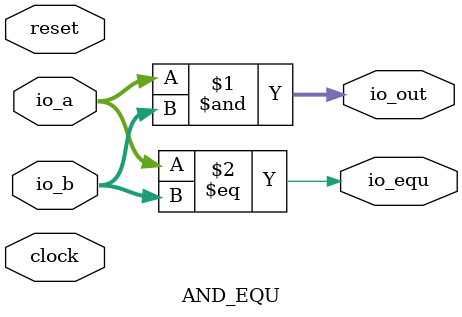
<source format=v>
module AND_EQU(
  input        clock,
  input        reset,
  input  [1:0] io_a,
  input  [1:0] io_b,
  output [1:0] io_out,
  output       io_equ
);
  assign io_out = io_a & io_b; // @[AND_EQU.scala 20:16]
  assign io_equ = io_a == io_b; // @[AND_EQU.scala 21:16]
endmodule

</source>
